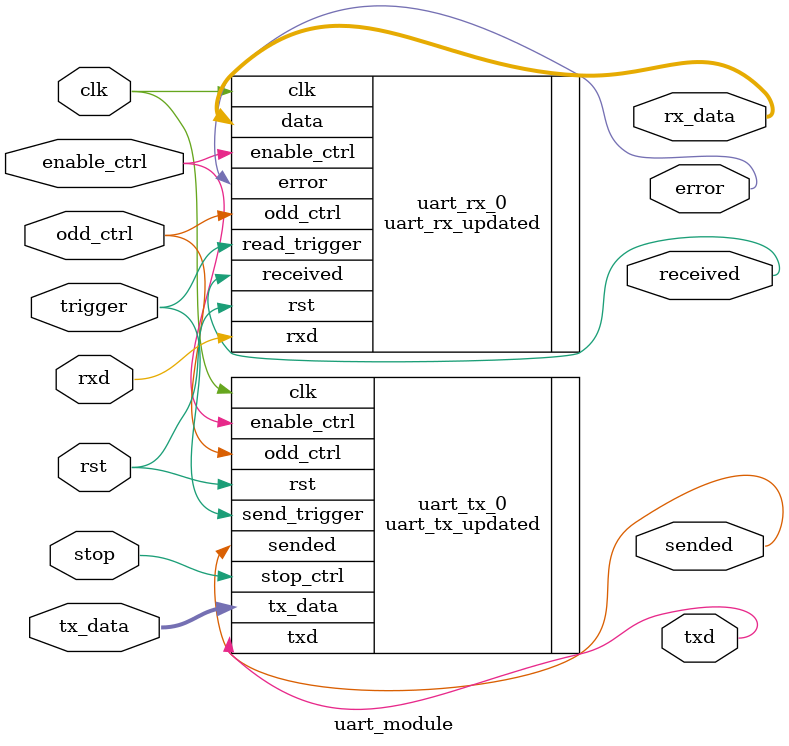
<source format=v>
module uart_module(
    input clk,
	 input rst,
	 input stop,
    input enable_ctrl,
    input trigger,
	 input odd_ctrl,
	 input rxd,
	 input [7:0] tx_data,
	 output[7:0] rx_data,
	 output error,
	 output received,
	 output sended,
	 output txd
);
wire [0:0] cord;
uart_tx_updated uart_tx_0 (
    .clk(clk),
	 .rst(rst),
	 .enable_ctrl(enable_ctrl),
	 .odd_ctrl(odd_ctrl),
	 .stop_ctrl(stop),
	 .send_trigger(trigger),
	 .tx_data(tx_data),
	 .txd(txd),
	 .sended(sended)
);
uart_rx_updated uart_rx_0(
    .clk(clk),
    .rst(rst),
	 .odd_ctrl(odd_ctrl),
	 .enable_ctrl(enable_ctrl),
	 .read_trigger(trigger),
	 .data(rx_data),
	 .error(error),
	 .received(received),
	 .rxd(rxd)
);
endmodule
</source>
